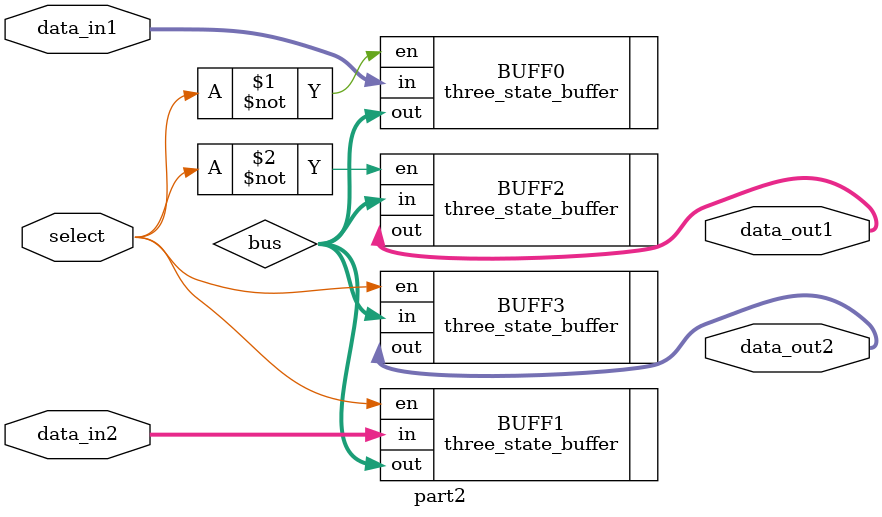
<source format=v>
`timescale 1ns / 1ps


module part2 (data_in1, data_in2, select, data_out1, data_out2);
    input   wire[7:0]   data_in1, data_in2;
    input   wire        select;
    output  wire[7:0]   data_out1, data_out2;
            wire[7:0]   bus;
    
    three_state_buffer  BUFF0 (.in(data_in1), .en(~select), .out(bus));
    three_state_buffer  BUFF1 (.in(data_in2), .en(select), .out(bus));
    
    three_state_buffer  BUFF2 (.in(bus), .en(~select), .out(data_out1));
    three_state_buffer  BUFF3 (.in(bus), .en(select), .out(data_out2));
endmodule

</source>
